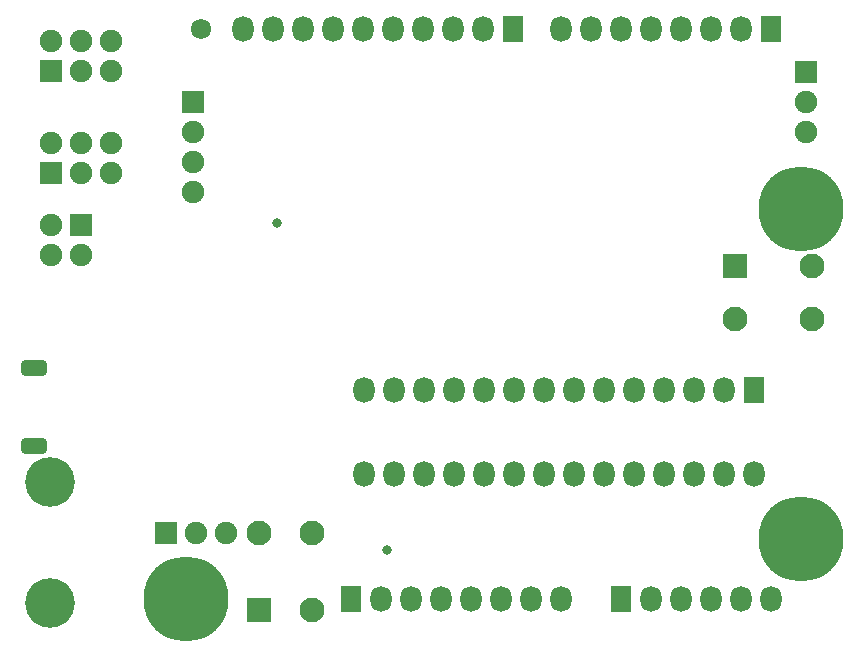
<source format=gbs>
G04*
G04 #@! TF.GenerationSoftware,Altium Limited,Altium Designer,20.0.13 (296)*
G04*
G04 Layer_Color=16711935*
%FSLAX44Y44*%
%MOMM*%
G71*
G01*
G75*
%ADD20R,1.9000X1.9000*%
%ADD42R,2.1000X2.1000*%
%ADD56C,1.7240*%
%ADD57C,7.2000*%
%ADD58R,1.8000X2.2000*%
%ADD59O,1.8000X2.2000*%
%ADD60C,4.2000*%
G04:AMPARAMS|DCode=61|XSize=2.2mm|YSize=1.4mm|CornerRadius=0.4mm|HoleSize=0mm|Usage=FLASHONLY|Rotation=0.000|XOffset=0mm|YOffset=0mm|HoleType=Round|Shape=RoundedRectangle|*
%AMROUNDEDRECTD61*
21,1,2.2000,0.6000,0,0,0.0*
21,1,1.4000,1.4000,0,0,0.0*
1,1,0.8000,0.7000,-0.3000*
1,1,0.8000,-0.7000,-0.3000*
1,1,0.8000,-0.7000,0.3000*
1,1,0.8000,0.7000,0.3000*
%
%ADD61ROUNDEDRECTD61*%
%ADD62C,1.9000*%
%ADD63R,1.9000X1.9000*%
%ADD64C,2.1000*%
%ADD65R,2.1000X2.1000*%
%ADD66C,0.8000*%
D20*
X146000Y446000D02*
D03*
X665000Y471400D02*
D03*
D42*
X202000Y16000D02*
D03*
D56*
X152400Y508000D02*
D03*
D57*
X139700Y25400D02*
D03*
X660400Y76200D02*
D03*
Y355600D02*
D03*
D58*
X416560Y508000D02*
D03*
X279400Y25400D02*
D03*
X635000Y508000D02*
D03*
X508000Y25400D02*
D03*
X620650Y201930D02*
D03*
D59*
X391160Y508000D02*
D03*
X365760D02*
D03*
X340360D02*
D03*
X314960D02*
D03*
X289560D02*
D03*
X264160D02*
D03*
X238760D02*
D03*
X213360D02*
D03*
X187960D02*
D03*
X457200Y25400D02*
D03*
X431800D02*
D03*
X406400D02*
D03*
X381000D02*
D03*
X355600D02*
D03*
X330200D02*
D03*
X304800D02*
D03*
X457200Y508000D02*
D03*
X482600D02*
D03*
X508000D02*
D03*
X533400D02*
D03*
X558800D02*
D03*
X584200D02*
D03*
X609600D02*
D03*
X533400Y25400D02*
D03*
X558800D02*
D03*
X584200D02*
D03*
X609600D02*
D03*
X635000D02*
D03*
X595250Y201930D02*
D03*
X569850D02*
D03*
X544450D02*
D03*
X519050D02*
D03*
X493650D02*
D03*
X468250D02*
D03*
X442850D02*
D03*
X417450D02*
D03*
X392050D02*
D03*
X366650D02*
D03*
X341250D02*
D03*
X315850D02*
D03*
X290450D02*
D03*
X620650Y130970D02*
D03*
X595250D02*
D03*
X569850D02*
D03*
X544450D02*
D03*
X519050D02*
D03*
X493650D02*
D03*
X468250D02*
D03*
X442850D02*
D03*
X417450D02*
D03*
X392050D02*
D03*
X366650D02*
D03*
X341250D02*
D03*
X315850D02*
D03*
X290450D02*
D03*
D60*
X25000Y22000D02*
D03*
Y124000D02*
D03*
D61*
X11250Y221000D02*
D03*
Y155000D02*
D03*
D62*
X76200Y411480D02*
D03*
X50800D02*
D03*
X25400D02*
D03*
X76200Y386080D02*
D03*
X50800D02*
D03*
X76200Y497840D02*
D03*
X50800D02*
D03*
X25400D02*
D03*
X76200Y472440D02*
D03*
X50800D02*
D03*
X25400Y341998D02*
D03*
X50800Y316598D02*
D03*
X25400D02*
D03*
X146000Y369800D02*
D03*
Y395200D02*
D03*
Y420600D02*
D03*
X665000Y446000D02*
D03*
Y420600D02*
D03*
X148000Y81000D02*
D03*
X173400D02*
D03*
D63*
X25400Y386080D02*
D03*
Y472440D02*
D03*
X50800Y341998D02*
D03*
X122600Y81000D02*
D03*
D64*
X670000Y307000D02*
D03*
Y262000D02*
D03*
X605000D02*
D03*
X202000Y81000D02*
D03*
X247000D02*
D03*
Y16000D02*
D03*
D65*
X605000Y307000D02*
D03*
D66*
X310050Y67050D02*
D03*
X217000Y344000D02*
D03*
M02*

</source>
